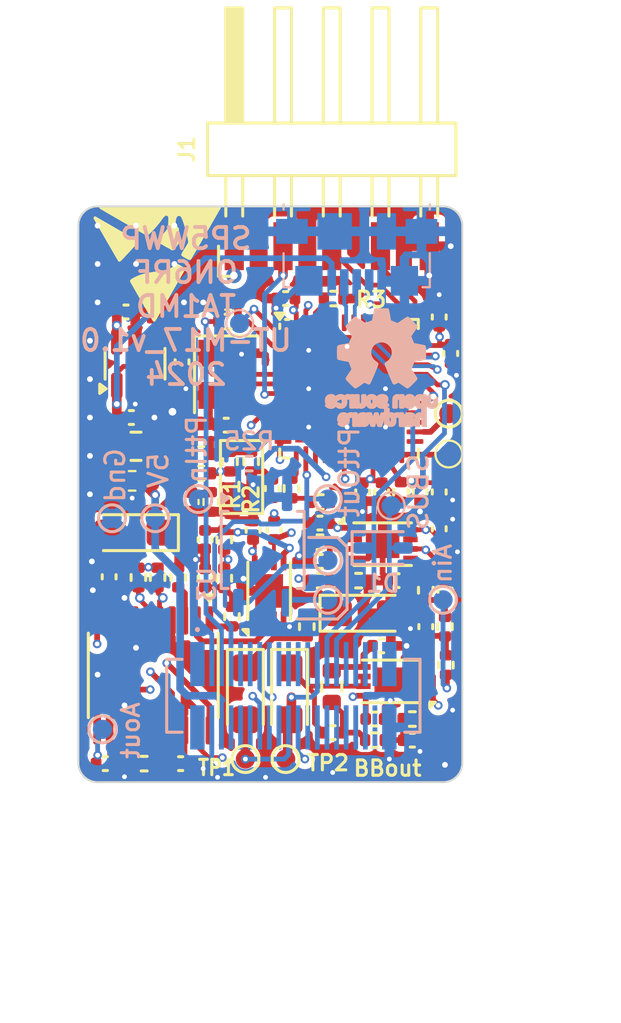
<source format=kicad_pcb>
(kicad_pcb (version 20240108) (generator "pcbnew") (generator_version "8.0")
  (layers (0 "F.Cu" signal) (1 "In1.Cu" signal) (2 "In2.Cu" signal) (31 "B.Cu" signal) (34 "B.Paste" user) (35 "F.Paste" user) (36 "B.SilkS" user "B.Silkscreen") (37 "F.SilkS" user "F.Silkscreen") (38 "B.Mask" user) (39 "F.Mask" user) (44 "Edge.Cuts" user))
  (net 0 "")
  (net 1 "/MCU/X1")
  (net 2 "GND")
  (net 3 "/MCU/X2")
  (net 4 "+3V3")
  (net 5 "VDDA")
  (net 6 "+5V")
  (net 7 "Net-(U6A-+)")
  (net 8 "Net-(U6B-+)")
  (net 9 "Net-(C20-Pad1)")
  (net 10 "Net-(C24-Pad1)")
  (net 11 "Net-(U7B-+)")
  (net 12 "Net-(U4B-+)")
  (net 13 "Net-(U4A-+)")
  (net 14 "/MCU/~{RST}")
  (net 15 "/MCU/SWCLK")
  (net 16 "/MCU/SWDIO")
  (net 17 "VERSION_SET")
  (net 18 "/MCU/BOOT0")
  (net 19 "Net-(C28-Pad1)")
  (net 20 "Net-(U7A--)")
  (net 21 "Net-(U4A--)")
  (net 22 "Net-(U7B--)")
  (net 23 "Net-(C14-Pad1)")
  (net 24 "Net-(C15-Pad1)")
  (net 25 "Net-(C16-Pad2)")
  (net 26 "Net-(C19-Pad1)")
  (net 27 "Net-(U5A-P0A)")
  (net 28 "Net-(U5B-P1A)")
  (net 29 "Net-(U5A-P0W)")
  (net 30 "Net-(U5B-P1W)")
  (net 31 "Net-(C26-Pad1)")
  (net 32 "Net-(C29-Pad1)")
  (net 33 "Net-(C31-Pad1)")
  (net 34 "Net-(U1-PC13)")
  (net 35 "Net-(U5D-P3A)")
  (net 36 "Net-(U5D-P3B)")
  (net 37 "Net-(U5E-~{RESET})")
  (net 45 "USART3_RX")
  (net 46 "USART3_TX")
  (net 58 "Net-(U5C-P2W)")
  (net 60 "I2C_SDA")
  (net 61 "AUDIO_OUT")
  (net 62 "PTT_OUT")
  (net 63 "AUDIO_OUT_MUTE")
  (net 64 "BASEBAND_IN_FILT")
  (net 65 "AUDIO_IN_FILT")
  (net 66 "BASEBAND_OUT")
  (net 67 "I2C_SCL")
  (net 68 "AUDIO_OUT_FILT")
  (net 69 "BASEBAND_IN")
  (net 70 "BASEBAND_OUT_FILT")
  (net 71 "AUDIO_IN")
  (net 72 "PTT_IN")
  (net 73 "MCU_TX")
  (net 74 "MCU_RX")
  (net 101 "Net-(R25-Pad2)")
  (net 102 "BASEBAND_BYPASS")
  (net 103 "+5VD")
  (net 104 "Net-(TP3-Pad1)")
  (net 105 "Net-(TP4-Pad1)")
  (net 107 "Net-(C12-Pad1)")
  (net 108 "Net-(U1-PB13)")
  (net 110 "Net-(U1-VBAT)")
  (net 111 "USB_DP")
  (net 113 "USB_DN")
  (footprint "Resistor_SMD:R_0402_1005Metric" (layer "F.Cu") (at 187.6 69.375 -90)
    (property "Reference" "R13" (hide yes))
    (property "Value" "39k")
  )
  (footprint "Capacitor_SMD:C_0402_1005Metric" (layer "F.Cu") (at 192.5875 66.5)
    (property "Reference" "C19" (hide yes))
    (property "Value" "10n")
  )
  (footprint "Capacitor_SMD:C_0402_1005Metric" (layer "F.Cu") (at 193.27 77.42125 180)
    (property "Reference" "C31" (hide yes))
    (property "Value" "10n")
  )
  (footprint "Resistor_SMD:R_0402_1005Metric" (layer "F.Cu") (at 187.8 55)
    (property "Reference" "R29" (hide yes))
    (property "Value" "12k")
  )
  (footprint "Capacitor_Tantalum_SMD:CP_EIA-3216-18_Kemet-A" (layer "F.Cu") (at 194.9 71.2)
    (property "Reference" "C28" (hide yes))
    (property "Value" "22u")
  )
  (footprint "Capacitor_SMD:C_0402_1005Metric" (layer "F.Cu") (at 199.1 70 90)
    (property "Reference" "C20" (hide yes))
    (property "Value" "10n")
  )
  (footprint "Resistor_SMD:R_0402_1005Metric" (layer "F.Cu") (at 187.9 63.3 -90)
    (property "Reference" "R1")
    (property "Value" "36k")
  )
  (footprint "Resistor_SMD:R_0402_1005Metric" (layer "F.Cu") (at 192.5875 67.5)
    (property "Reference" "R10" (hide yes))
    (property "Value" "7k5")
  )
  (footprint "Package_TO_SOT_SMD:SOT-23-5" (layer "F.Cu") (at 182.95 58.2 90)
    (property "Reference" "U2" (hide yes))
    (property "Value" "XC6220B331MR")
  )
  (footprint "Resistor_SMD:R_0402_1005Metric" (layer "F.Cu") (at 196.805 64.88 90)
    (property "Reference" "R5" (hide yes))
    (property "Value" "10R")
  )
  (footprint "Resistor_SMD:R_0402_1005Metric" (layer "F.Cu") (at 186.9 65.4 -90)
    (property "Reference" "R27" (hide yes))
    (property "Value" "22k")
  )
  (footprint "Resistor_SMD:R_0402_1005Metric" (layer "F.Cu") (at 192.6 69.5)
    (property "Reference" "R20" (hide yes))
    (property "Value" "22k")
  )
  (footprint "Symbol:ESD-Logo_6.6x6mm_SilkScreen" (layer "F.Cu") (at 184.1 53 180)
    (property "Reference" "SYM1" (hide yes))
    (property "Value" "SYM_ESD_Small" (hide yes))
  )
  (footprint "Resistor_SMD:R_0402_1005Metric" (layer "F.Cu") (at 183.425 79.0375 180)
    (property "Reference" "R16" (hide yes))
    (property "Value" "10k")
  )
  (footprint "Resistor_SMD:R_0402_1005Metric" (layer "F.Cu") (at 199.1 71.9 90)
    (property "Reference" "R9" (hide yes))
    (property "Value" "13k")
  )
  (footprint "Resistor_SMD:R_0402_1005Metric" (layer "F.Cu") (at 187.8 56)
    (property "Reference" "R4" (hide yes))
    (property "Value" "10k")
  )
  (footprint "Capacitor_SMD:C_0402_1005Metric" (layer "F.Cu") (at 192.6 68.5 180)
    (property "Reference" "C17" (hide yes))
    (property "Value" "1n5")
  )
  (footprint "Capacitor_SMD:C_0402_1005Metric" (layer "F.Cu") (at 197.8075 64.88 -90)
    (property "Reference" "C7" (hide yes))
    (property "Value" "100n")
  )
  (footprint "Capacitor_Tantalum_SMD:CP_EIA-3216-18_Kemet-A" (layer "F.Cu") (at 191 75.4 -90)
    (property "Reference" "C34" (hide yes))
    (property "Value" "22u")
  )
  (footprint "Capacitor_SMD:C_0402_1005Metric" (layer "F.Cu") (at 182.76 61)
    (property "Reference" "C13" (hide yes))
    (property "Value" "100n")
  )
  (footprint "Resistor_SMD:R_0402_1005Metric" (layer "F.Cu") (at 194.6 69.5)
    (property "Reference" "R21" (hide yes))
    (property "Value" "22k")
  )
  (footprint "TestPoint:TestPoint_Pad_D1.0mm" (layer "F.Cu") (at 190.8 78.8)
    (property "Reference" "TP2")
    (property "Value" "TP_TX")
  )
  (footprint "Capacitor_SMD:C_0402_1005Metric" (layer "F.Cu") (at 186.6 69.365 90)
    (property "Reference" "C24" (hide yes))
    (property "Value" "10n")
  )
  (footprint "Resistor_SMD:R_0603_1608Metric" (layer "F.Cu") (at 193.2 75.02125 90)
    (property "Reference" "R24" (hide yes))
    (property "Value" "3k9")
  )
  (footprint "Capacitor_SMD:C_0402_1005Metric" (layer "F.Cu") (at 185.9 65.4 -90)
    (property "Reference" "C12" (hide yes))
    (property "Value" "220n")
  )
  (footprint "Resistor_SMD:R_0402_1005Metric" (layer "F.Cu") (at 188 71.375 -90)
    (property "Reference" "R14" (hide yes))
    (property "Value" "3k3")
  )
  (footprint "Resistor_SMD:R_0402_1005Metric" (layer "F.Cu") (at 192.6 65.4)
    (property "Reference" "R8" (hide yes))
    (property "Value" "13k")
  )
  (footprint "Resistor_SMD:R_0402_1005Metric" (layer "F.Cu") (at 193.3 54.8 180)
    (property "Reference" "R3")
    (property "Value" "10k")
  )
  (footprint "Resistor_SMD:R_0402_1005Metric" (layer "F.Cu") (at 198.1 70 90)
    (property "Reference" "R11" (hide yes))
    (property "Value" "7k5")
  )
  (footprint "Capacitor_Tantalum_SMD:CP_EIA-3216-18_Kemet-A" (layer "F.Cu") (at 182.9 67 180)
    (property "Reference" "C26" (hide yes))
    (property "Value" "22u")
  )
  (footprint "Capacitor_Tantalum_SMD:CP_EIA-3216-18_Kemet-A" (layer "F.Cu") (at 188.7 75.4 -90)
    (property "Reference" "C27" (hide yes))
    (property "Value" "22u")
  )
  (footprint "Capacitor_SMD:C_0402_1005Metric" (layer "F.Cu") (at 195.8 72.9)
    (property "Reference" "C32" (hide yes))
    (property "Value" "680p")
  )
  (footprint "Capacitor_SMD:C_0402_1005Metric" (layer "F.Cu") (at 181.6 69.3 90)
    (property "Reference" "C23" (hide yes))
    (property "Value" "220n")
  )
  (footprint "Capacitor_SMD:C_0402_1005Metric" (layer "F.Cu") (at 198.8 66.8 90)
    (property "Reference" "C30" (hide yes))
    (property "Value" "100n")
  )
  (footprint "Resistor_SMD:R_0402_1005Metric" (layer "F.Cu") (at 191.9 71.9 90)
    (property "Reference" "R17" (hide yes))
    (property "Value" "22k")
  )
  (footprint "Package_DFN_QFN:DFN-8-1EP_3x2mm_P0.5mm_EP1.75x1.45mm" (layer "F.Cu") (at 195.85 67.6)
    (property "Reference" "U6" (hide yes))
    (property "Value" "MCP6002" (hide yes))
  )
  (footprint "Resistor_SMD:R_0402_1005Metric" (layer "F.Cu") (at 197.4 76.7125 180)
    (property "Reference" "R22" (hide yes))
    (property "Value" "3k3")
  )
  (footprint "Connector_Harwin:Harwin_M20-89005xx_1x05_P2.54mm_Horizontal" (layer "F.Cu") (at 193.2 46.5475 90)
    (property "Reference" "J1")
    (property "Value" "Conn_01x05")
  )
  (footprint "Capacitor_SMD:C_0402_1005Metric" (layer "F.Cu") (at 198.8 55.7625 90)
    (property "Reference" "C3" (hide yes))
    (property "Value" "2u2")
  )
  (footprint "Capacitor_SMD:C_0402_1005Metric" (layer "F.Cu") (at 197.4 77.8125)
    (property "Reference" "C29" (hide yes))
    (property "Value" "10n")
  )
  (footprint "Capacitor_SMD:C_0402_1005Metric" (layer "F.Cu") (at 187.7 61.4 180)
    (property "Reference" "C2" (hide yes))
    (property "Value" "2p2")
  )
  (footprint "Package_SO:TSSOP-20_4.4x6.5mm_P0.65mm" (layer "F.Cu") (at 183.9 74.4375 -90)
    (property "Reference" "U5" (hide yes))
    (property "Value" "MCP4451-503-ST" (hide yes))
  )
  (footprint "Package_DFN_QFN:DFN-8-1EP_3x2mm_P0.5mm_EP1.75x1.45mm" (layer "F.Cu") (at 189.9375 70.0375 90)
    (property "Reference" "U4" (hide yes))
    (property "Value" "MCP6002" (hide yes))
  )
  (footprint "Capacitor_SMD:C_0402_1005Metric" (layer "F.Cu") (at 199.4 57.6625 -90)
    (property "Reference" "C6" (hide yes))
    (property "Value" "100n")
  )
  (footprint "Package_DFN_QFN:DFN-8-1EP_3x2mm_P0.5mm_EP1.75x1.45mm" (layer "F.Cu") (at 196.3 74.75 180)
    (property "Reference" "U7" (hide yes))
    (property "Value" "MCP6002" (hide yes))
  )
  (footprint "Capacitor_SMD:C_0805_2012Metric" (layer "F.Cu") (at 183 62.5)
    (property "Reference" "C10" (hide yes))
    (property "Value" "22u/25V")
  )
  (footprint "Resistor_SMD:R_0402_1005Metric" (layer "F.Cu") (at 186.4 62.9 180)
    (property "Reference" "R28" (hide yes))
    (property "Value" "22k")
  )
  (footprint "Capacitor_SMD:C_0402_1005Metric" (layer "F.Cu") (at 196.6 69.5 180)
    (property "Reference" "C18" (hide yes))
    (property "Value" "1n5")
  )
  (footprint "Resistor_SMD:R_0402_1005Metric" (layer "F.Cu") (at 186.4 63.906666 180)
    (property "Reference" "R26" (hide yes))
    (property "Value" "22k")
  )
  (footprint "Package_DFN_QFN:QFN-48-1EP_7x7mm_P0.5mm_EP5.6x5.6mm" (layer "F.Cu") (at 194.1 59.5)
    (property "Reference" "U1" (hide yes))
    (property "Value" "STM32G473CCUx" (hide yes))
  )
  (footprint "Resistor_SMD:R_0402_1005Metric" (layer "F.Cu") (at 195.45 77.8125 180)
    (property "Reference" "R23" (hide yes))
    (property "Value" "39k")
  )
  (footprint "Capacitor_SMD:C_0402_1005Metric" (layer "F.Cu") (at 194.81 64.88 -90)
    (property "Reference" "C8" (hide yes))
    (property "Value" "100n")
  )
  (footprint "Capacitor_SMD:C_0402_1005Metric" (layer "F.Cu") (at 190.2 66.875 90)
    (property "Reference" "C16" (hide yes))
    (property "Value" "10n")
  )
  (footprint "Capacitor_SMD:C_0402_1005Metric" (layer "F.Cu") (at 186.6 67.365 -90)
    (property "Reference" "C21" (hide yes))
    (property "Value" "680p")
  )
  (footprint "Capacitor_SMD:C_0402_1005Metric" (layer "F.Cu") (at 195.8025 64.88 90)
    (property "Reference" "C9" (hide yes))
    (property "Value" "1u")
  )
  (footprint "Capacitor_SMD:C_0402_1005Metric" (layer "F.Cu") (at 190.1 64.7 90)
    (property "Reference" "C14" (hide yes))
    (property "Value" "10n")
  )
  (footprint "Capacitor_SMD:C_0402_1005Metric" (layer "F.Cu") (at 181.4 79.0375 180)
    (property "Reference" "C22" (hide yes))
    (property "Value" "220n")
  )
  (footprint "Resistor_SMD:R_0402_1005Metric" (layer "F.Cu") (at 187.6 67.375 -90)
    (property "Reference" "R12" (hide yes))
    (property "Value" "3k9")
  )
  (footprint "Inductor_SMD:L_0603_1608Metric_Pad1.05x0.95mm_HandSolder" (layer "F.Cu") (at 182.8 64.3)
    (property "Reference" "FB1" (hide yes))
    (property "Value" "FerriteBead_Small")
  )
  (footprint "Capacitor_SMD:C_0402_1005Metric" (layer "F.Cu") (at 189.1 66.875 90)
    (property "Reference" "C35" (hide yes))
    (property "Value" "100n")
  )
  (footprint "TestPoint:TestPoint_Pad_D1.0mm" (layer "F.Cu") (at 199.3 62.9)
    (property "Reference" "TP14" (hide yes))
    (property "Value" "GP")
  )
  (footprint "Capacitor_SMD:C_0402_1005Metric" (layer "F.Cu") (at 190.8 54.8 180)
    (property "Reference" "C4" (hide yes))
    (property "Value" "100n")
  )
  (footprint "Crystal:Crystal_SMD_3225-4Pin_3.2x2.5mm" (layer "F.Cu") (at 187.7 58.75 -90)
    (property "Reference" "Y1" (hide yes))
    (property "Value" "8 MHz" (hide yes))
  )
  (footprint "Resistor_SMD:R_0402_1005Metric" (layer "F.Cu") (at 185.2 69.3375 90)
    (property "Reference" "R15" (hide yes))
    (property "Value" "2k2")
  )
  (footprint "TestPoint:TestPoint_Pad_D1.0mm" (layer "F.Cu") (at 199.3 60.8)
    (property "Reference" "TP12" (hide yes))
    (property "Value" "GP")
  )
  (footprint "TestPoint:TestPoint_Pad_D1.0mm" (layer "F.Cu") (at 188.7 78.8)
    (property "Reference" "TP1")
    (property "Value" "TP_RX")
  )
  (footprint "Resistor_SMD:R_0402_1005Metric" (layer "F.Cu") (at 183.125 69.3375 -90)
    (property "Reference" "R19" (hide yes))
    (property "Value" "3k3")
  )
  (footprint "Resistor_SMD:R_0402_1005Metric" (layer "F.Cu") (at 184.125 69.3375 -90)
    (property "Reference" "R18" (hide yes))
    (property "Value" "3k3")
  )
  (footprint "Capacitor_SMD:C_0402_1005Metric" (layer "F.Cu") (at 198.8 64.88 -90)
    (property "Reference" "C5" (hide yes))
    (property "Value" "100n")
  )
  (footprint "Capacitor_SMD:C_0402_1005Metric" (layer "F.Cu") (at 185.4 58.1 -90)
    (property "Reference" "C1" (hide yes))
    (property "Value" "2p2")
  )
  (footprint "Resistor_SMD:R_0402_1005Metric" (layer "F.Cu") (at 189 63.3 90)
    (property "Reference" "R2")
    (property "Value" "12k")
  )
  (footprint "Capacitor_SMD:C_0402_1005Metric" (layer "F.Cu") (at 182.48 55.5)
    (property "Reference" "C11" (hide yes))
    (property "Value" "100n")
  )
  (footprint "Capacitor_SMD:C_0402_1005Metric" (layer "F.Cu") (at 195.45 76.7125)
    (property "Reference" "C33" (hide yes))
    (property "Value" "100n")
  )
  (footprint "Resistor_SMD:R_0402_1005Metric" (layer "F.Cu") (at 191.1 64.7 -90)
    (property "Reference" "R6" (hide yes))
    (property "Value" "4k3")
  )
  (footprint "Capacitor_SMD:C_0402_1005Metric" (layer "F.Cu") (at 198.1 71.9 90)
    (property "Reference" "C15" (hide yes))
    (property "Value" "10n")
  )
  (footprint "Resistor_SMD:R_0402_1005Metric" (layer "F.Cu") (at 199.15 73.9 90)
    (property "Reference" "R7" (hide yes))
    (property "Value" "4k3")
  )
  (footprint "Capacitor_SMD:C_0402_1005Metric" (layer "F.Cu") (at 185.325 79.0375)
    (property "Reference" "C25" (hide yes))
    (property "Value" "100n")
  )
  (footprint "Diode_SMD:D_SOD-323" (layer "B.Cu") (at 195.87 67.8)
    (property "Reference" "D1")
    (property "Value" "1N4148WS")
  )
  (footprint "TestPoint:TestPoint_Pad_D1.0mm" (layer "B.Cu") (at 181.75 66.25 180)
    (property "Reference" "TP10" (hide yes))
    (property "Value" "GP")
  )
  (footprint "TestPoint:TestPoint_Pad_D1.0mm" (layer "B.Cu") (at 193 70.5 180)
    (property "Reference" "TP4" (hide yes))
    (property "Value" "GP")
  )
  (footprint "TestPoint:TestPoint_Pad_D1.0mm" (layer "B.Cu") (at 196.3 65.6)
    (property "Reference" "TP13" (hide yes))
    (property "Value" "GP")
  )
  (footprint "TestPoint:TestPoint_Pad_D1.0mm" (layer "B.Cu") (at 193 65.25 180)
    (property "Reference" "TP6" (hide yes))
    (property "Value" "GP")
  )
  (footprint "Package_SO:SOP-4_3.8x4.1mm_P2.54mm" (layer "B.Cu") (at 189.6 67.9 -90)
    (property "Reference" "U3")
    (property "Value" "CPC1117N")
  )
  (footprint "TestPoint:TestPoint_Pad_D1.0mm" (layer "B.Cu") (at 188.4 56.1 180)
    (property "Reference" "TP11" (hide yes))
    (property "Value" "GP")
  )
  (footprint "Connector_USB:USB_Micro-B_Molex_47346-0001" (layer "B.Cu") (at 194.5 52.5)
    (property "Reference" "J4" (hide yes))
    (property "Value" "USB_B_Micro")
  )
  (footprint "TestPoint:TestPoint_Pad_D1.0mm" (layer "B.Cu") (at 184 66.25 180)
    (property "Reference" "TP5" (hide yes))
    (property "Value" "GP")
  )
  (footprint "Symbol:OSHW-Logo_5.7x6mm_SilkScreen" (layer "B.Cu") (at 195.8 58.4 180)
    (property "Reference" "SYM2" (hide yes))
    (property "Value" "Logo_Open_Hardware_Small" (hide yes))
  )
  (footprint "TestPoint:TestPoint_Pad_D1.0mm" (layer "B.Cu") (at 199 70.5 180)
    (property "Reference" "TP8" (hide yes))
    (property "Value" "GP")
  )
  (footprint "TestPoint:TestPoint_Pad_D1.0mm" (layer "B.Cu") (at 181.25 77.25 180)
    (property "Reference" "TP9" (hide yes))
    (property "Value" "GP")
  )
  (footprint "TestPoint:TestPoint_Pad_D1.0mm" (layer "B.Cu") (at 186.25 65.25 180)
    (property "Reference" "TP7" (hide yes))
    (property "Value" "GP")
  )
  (footprint "TestPoint:TestPoint_Pad_D1.0mm" (layer "B.Cu") (at 193 68.45 180)
    (property "Reference" "TP3" (hide yes))
    (property "Value" "GP")
  )
  (footprint "micro17:AXK640347YG" (layer "B.Cu") (at 191.2 75.5)
    (property "Reference" "J2" (hide yes))
    (property "Value" "AXK640347YG" (hide yes))
  )
  (footprint "Resistor_SMD:R_0402_1005Metric" (layer "B.Cu") (at 188.9 63.4 180)
    (property "Reference" "R25")
    (property "Value" "3k3")
  )
  (gr_line (start 193.5 71.5) (end 191.4 71.5) (stroke (width 0.16)) (layer "B.SilkS"))
  (gr_line (start 194 67.75) (end 194 71) (stroke (width 0.16)) (layer "B.SilkS"))
  (gr_line (start 193.5 67.25) (end 194 67.75) (stroke (width 0.16)) (layer "B.SilkS"))
  (gr_line (start 194 71) (end 193.5 71.5) (stroke (width 0.16)) (layer "B.SilkS"))
  (gr_line (start 192 67.25) (end 193.5 67.25) (stroke (width 0.16)) (layer "B.SilkS"))
  (gr_line (start 187.4 62.2) (end 189.6 62.2) (stroke (width 0.16)) (layer "F.SilkS"))
  (gr_line (start 189.6 66) (end 187.4 66) (stroke (width 0.16)) (layer "F.SilkS"))
  (gr_line (start 189.6 62.2) (end 189.6 66) (stroke (width 0.16)) (layer "F.SilkS"))
  (gr_line (start 187.4 66) (end 187.4 62.2) (stroke (width 0.16)) (layer "F.SilkS"))
  (gr_line (start 200 79) (end 200 51) (stroke (width 0.1)) (layer "Edge.Cuts"))
  (gr_line (start 181 80) (end 199 80) (stroke (width 0.1)) (layer "Edge.Cuts"))
  (gr_arc (start 180 51) (mid 180.292893 50.292893) (end 181 50) (stroke (width 0.1)) (layer "Edge.Cuts"))
  (gr_arc (start 199 50) (mid 199.707107 50.292893) (end 200 51) (stroke (width 0.1)) (layer "Edge.Cuts"))
  (gr_line (start 199 50) (end 181 50) (stroke (width 0.1)) (layer "Edge.Cuts"))
  (gr_arc (start 200 79) (mid 199.707107 79.707107) (end 199 80) (stroke (width 0.1)) (layer "Edge.Cuts"))
  (gr_line (start 180 51) (end 180 79) (stroke (width 0.1)) (layer "Edge.Cuts"))
  (gr_arc (start 181 80) (mid 180.292893 79.707107) (end 180 79) (stroke (width 0.1)) (layer "Edge.Cuts"))
  (gr_text "PttIn" (at 186.75 60.8 90) (layer "B.SilkS") (effects (font (size 1 1) (thickness 0.16)) (justify left bottom mirror)))
  (gr_text "Aout" (at 183.25 75.75 90) (layer "B.SilkS") (effects (font (size 0.9 0.9) (thickness 0.16)) (justify left bottom mirror)))
  (gr_text "SP5WWP\nON6RF\nTA1MD\nUT-M17_v1.0\n2024" (at 185.6 59.4 0) (layer "B.SilkS") (effects (font (size 1.1 1.1) (thickness 0.2) (bold yes)) (justify bottom mirror)))
  (gr_text "5V" (at 184.75 62.75 90) (layer "B.SilkS") (effects (font (size 1 1) (thickness 0.16)) (justify left bottom mirror)))
  (gr_text "Ain" (at 199.5 67.5 90) (layer "B.SilkS") (effects (font (size 0.9 0.9) (thickness 0.16)) (justify left bottom mirror)))
  (gr_text "SBUS" (at 198.3 62.8 90) (layer "B.SilkS") (effects (font (size 1 1) (thickness 0.16)) (justify left bottom mirror)))
  (gr_text "Gnd" (at 182.5 62.5 90) (layer "B.SilkS") (effects (font (size 1 1) (thickness 0.16)) (justify left bottom mirror)))
  (gr_text "PttOut" (at 194.703607 61.416038 90) (layer "B.SilkS") (effects (font (size 1 1) (thickness 0.16)) (justify left bottom mirror)))
  (gr_text "BBout" (at 194.25 79.75 0) (layer "F.SilkS") (effects (font (size 0.8 0.8) (thickness 0.16) (bold yes)) (justify left bottom)))
  (segment (start 186.85 57.65) (end 186.82 57.62) (width 0.25) (layer "F.Cu") (net 1))
  (segment (start 186.82 57.62) (end 185.4 57.62) (width 0.3) (layer "F.Cu") (net 1))
  (segment (start 187 58.75) (end 186.85 58.6) (width 0.25) (layer "F.Cu") (net 1))
  (segment (start 190.6625 58.75) (end 187 58.75) (width 0.25) (layer "F.Cu") (net 1))
  (segment (start 186.85 58.6) (end 186.85 57.65) (width 0.25) (layer "F.Cu") (net 1))
  (segment (start 196.4 74.7) (end 196.4 73.02) (width 0.25) (layer "F.Cu") (net 2))
  (segment (start 199.4 58.5) (end 199.7 58.8) (width 0.3) (layer "F.Cu") (net 2))
  (segment (start 198.2 71.42) (end 197.5 71.42) (width 0.3) (layer "F.Cu") (net 2))
  (segment (start 194.4 68.35) (end 195.1 68.35) (width 0.3) (layer "F.Cu") (net 2))
  (segment (start 199.4 58.1425) (end 199.4 58.5) (width 0.3) (layer "F.Cu") (net 2))
  (segment (start 182.95 60.29) (end 182.95 59.3375) (width 0.5) (layer "F.Cu") (net 2))
  (segment (start 195.93 76.7125) (end 195.93 76.07) (width 0.25) (layer "F.Cu") (net 2))
  (segment (start 190.32 55.28) (end 190.3 55.3) (width 0.5) (layer "F.Cu") (net 2))
  (segment (start 186.2375 79.0375) (end 186.5 79.3) (width 0.25) (layer "F.Cu") (net 2))
  (segment (start 182.96 60.3) (end 182.96 60.72) (width 0.3) (layer "F.Cu") (net 2))
  (segment (start 197.75 74) (end 197.05 74) (width 0.25) (layer "F.Cu") (net 2))
  (segment (start 186.85 61.03) (end 187.22 61.4) (width 0.3) (layer "F.Cu") (net 2))
  (segment (start 197.88 77.8125) (end 197.88 78.32) (width 0.3) (layer "F.Cu") (net 2))
  (segment (start 195.85 69.13) (end 196.22 69.5) (width 0.3) (layer "F.Cu") (net 2))
  (segment (start 189.69 63.81) (end 190.1 64.22) (width 0.3) (layer "F.Cu") (net 2))
  (segment (start 197.3 72) (end 197.3 71.62) (width 0.3) (layer "F.Cu") (net 2))
  (segment (start 186.6 68.4) (end 186.6 67.845) (width 0.25) (layer "F.Cu") (net 2))
  (segment (start 195.85 67.6) (end 195.85 69.13) (width 0.3) (layer "F.Cu") (net 2))
  (segment (start 185.805 79.0375) (end 186.2375 79.0375) (width 0.25) (layer "F.Cu") (net 2))
  (segment (start 196.4 73.02) (end 196.28 72.9) (width 0.25) (layer "F.Cu") (net 2))
  (segment (start 185.525 78.7575) (end 185.805 79.0375) (width 0.3) (layer "F.Cu") (net 2))
  (segment (start 185.525 77.3) (end 185.525 78.7575) (width 0.3) (layer "F.Cu") (net 2))
  (segment (start 190.6875 71.4875) (end 190.6875 70.7875) (width 0.25) (layer "F.Cu") (net 2))
  (segment (start 195.93 76.07) (end 196.25 75.75) (width 0.25) (layer "F.Cu") (net 2))
  (segment (start 189 63.81) (end 189.69 63.81) (width 0.3) (layer "F.Cu") (net 2))
  (segment (start 197.88 78.32) (end 197.8 78.4) (width 0.3) (layer "F.Cu") (net 2))
  (segment (start 196.3 75.7) (end 196.3 74.75) (width 0.25) (layer "F.Cu") (net 2))
  (segment (start 190.32 54.8) (end 190.32 55.28) (width 0.5) (layer "F.Cu") (net 2))
  (segment (start 186.1 68.4) (end 186.6 68.4) (width 0.25) (layer "F.Cu") (net 2))
  (segment (start 197.5 71.42) (end 196.47 71.42) (width 0.3) (layer "F.Cu") (net 2))
  (segment (start 195.1 68.35) (end 195.85 67.6) (width 0.3) (layer "F.Cu") (net 2))
  (segment (start 197.05 74) (end 196.3 74.75) (width 0.25) (layer "F.Cu") (net 2))
  (segment (start 190.6875 70.7875) (end 189.9375 70.0375) (width 0.25) (layer "F.Cu") (net 2))
  (segment (start 182.96 60.72) (end 183.24 61) (width 0.3) (layer "F.Cu") (net 2))
  (segment (start 195.85 67.6) (end 195.85 66.47) (width 0.3) (layer "F.Cu") (net 2))
  (segment (start 197.3 71.62) (end 197.5 71.42) (width 0.3) (layer "F.Cu") (net 2))
  (segment (start 196.47 71.42) (end 196.25 71.2) (width 0.3) (layer "F.Cu") (net 2))
  (segment (start 196.25 75.75) (end 196.3 75.7) (width 0.25) (layer "F.Cu") (net 2))
  (segment (start 186.85 59.85) (end 186.85 61.03) (width 0.3) (layer "F.Cu") (net 2))
  (segment (start 182.96 60.3) (end 182.95 60.29) (width 0.5) (layer "F.Cu") (net 2))
  (via (at 185 51) (size 0.5) (drill 0.3) (layers "F.Cu" "B.Cu") (net 2))
  (via (at 185 53) (size 0.5) (drill 0.3) (layers "F.Cu" "B.Cu") (net 2))
  (via (at 182.4 79.720108) (size 0.45) (drill 0.25) (layers "F.Cu" "B.Cu") (net 2))
  (via (at 180.6 61) (size 0.5) (drill 0.3) (layers "F.Cu" "B.Cu") (net 2))
  (via (at 188.5 57.7) (size 0.45) (drill 0.25) (layers "F.Cu" "B.Cu") (net 2))
  (via (at 199.4 52.0725) (size 0.5) (drill 0.3) (layers "F.Cu" "B.Cu") (net 2))
  (via (at 181 51) (size 0.5) (drill 0.3) (layers "F.Cu" "B.Cu") (net 2))
  (via (at 192 57.5) (size 0.45) (drill 0.25) (layers "F.Cu" "B.Cu") (net 2))
  (via (at 197.3 72) (size 0.45) (drill 0.25) (layers "F.Cu" "B.Cu") (net 2))
  (via (at 180.6 63) (size 0.5) (drill 0.3) (layers "F.Cu" "B.Cu") (net 2))
  (via (at 194 61.5) (size 0.45) (drill 0.25) (layers "F.Cu" "B.Cu") (net 2))
  (via (at 181 55) (size 0.5) (drill 0.3) (layers "F.Cu" "B.Cu") (net 2))
  (via (at 186.5 79.3) (size 0.45) (drill 0.25) (layers "F.Cu" "B.Cu") (net 2))
  (via (at 180.75 70) (size 0.5) (drill 0.3) (layers "F.Cu" "B.Cu") (net 2))
  (via (at 199.7 58.8) (size 0.45) (drill 0.25) (layers "F.Cu" "B.Cu") (net 2))
  (via (at 199.75 68) (size 0.45) (drill 0.25) (layers "F.Cu" "B.Cu") (net 2))
  (via (at 192 59.5) (size 0.45) (drill 0.25) (layers "F.Cu" "B.Cu") (net 2))
  (via (at 199.1 79.1) (size 0.5) (drill 0.3) (layers "F.Cu" "B.Cu") (net 2))
  (via (at 191 71.9) (size 0.45) (drill 0.25) (layers "F.Cu" "B.Cu") (net 2))
  (via (at 185.5 55) (size 0.5) (drill 0.3) (layers "F.Cu" "B.Cu") (net 2))
  (via (at 182.8 65.2) (size 0.45) (drill 0.25) (layers "F.Cu" "B.Cu") (net 2))
  (via (at 199.5 66.3) (size 0.45) (drill 0.25) (layers "F.Cu" "B.Cu") (net 2))
  (via (at 194 57.3) (size 0.45) (drill 0.25) (layers "F.Cu" "B.Cu") (net 2))
  (via (at 188.6 69.4) (size 0.5) (drill 0.3) (layers "F.Cu" "B.Cu") (net 2))
  (via (at 181 74.4) (size 0.5) (drill 0.3) (layers "F.Cu" "B.Cu") (net 2))
  (via (at 180.6 59) (size 0.5) (drill 0.3) (layers "F.Cu" "B.Cu") (net 2))
  (via (at 197.8 78.4) (size 0.45) (drill 0.25) (layers "F.Cu" "B.Cu") (net 2))
  (via (at 180.7 68.5) (size 0.5) (drill 0.3) (layers "F.Cu" "B.Cu") (net 2))
  (via (at 184.9 60.7) (size 0.8) (drill 0.4) (layers "F.Cu" "B.Cu") (net 2))
  (via (at 196.2 78.8) (size 0.45) (drill 0.25) (layers "F.Cu" "B.Cu") (net 2))
  (via (at 189.75 79.75) (size 0.45) (drill 0.25) (layers "F.Cu" "B.Cu") (net 2))
  (via (at 189.1 64.5) (size 0.45) (drill 0.25) (layers "F.Cu" "B.Cu") (net 2))
  (via (at 186.1 68.4) (size 0.45) (drill 0.25) (layers "F.Cu" "B.Cu") (net 2))
  (via (at 182.96 60.3) (size 0.45) (drill 0.25) (layers "F.Cu" "B.Cu") (net 2))
  (via (at 187.25 79.75) (size 0.45) (drill 0.25) (layers "F.Cu" "B.Cu") (net 2))
  (via (at 196 59.5) (size 0.45) (drill 0.25) (layers "F.Cu" "B.Cu") (net 2))
  (via (at 185.6 59.5) (size 0.45) (drill 0.25) (layers "F.Cu" "B.Cu") (net 2))
  (via (at 196 61.5) (size 0.45) (drill 0.25) (layers "F.Cu" "B.Cu") (net 2))
  (via (at 198.28 53.6) (size 0.5) (drill 0.3) (layers "F.Cu" "B.Cu") (net 2))
  (via (at 190.3 55.3) (size 0.45) (drill 0.25) (layers "F.Cu" "B.Cu") (net 2))
  (via (at 191.507567 68.206053) (size 0.45) (drill 0.25) (layers "F.Cu" "B.Cu") (net 2))
  (via (at 197.8 65.9) (size 0.5) (drill 0.3) (layers "F.Cu" "B.Cu") (net 2))
  (via (at 192 61.5) (size 0.45) (drill 0.25) (layers "F.Cu" "B.Cu") (net 2))
  (via (at 183.96 61) (size 0.5) (drill 0.3) (layers "F.Cu" "B.Cu") (net 2))
  (via (at 199.5 76.25) (size 0.45) (drill 0.25) (layers "F.Cu" "B.Cu") (net 2))
  (via (at 198.8 54.6) (size 0.45) (drill 0.25) (layers "F.Cu" "B.Cu") (net 2))
  (via (at 182.4 76) (size 0.5) (drill 0.3) (layers "F.Cu" "B.Cu") (net 2))
  (via (at 183 73) (size 0.5) (drill 0.3) (layers "F.Cu" "B.Cu") (net 2))
  (via (at 199.5 65.3) (size 0.45) (drill 0.25) (layers "F.Cu" "B.Cu") (net 2))
  (via (at 181 53) (size 0.5) (drill 0.3) (layers "F.Cu" "B.Cu") (net 2))
  (via (at 182.4 70.4) (size 0.5) (drill 0.3) (layers "F.Cu" "B.Cu") (net 2))
  (via (at 183 53) (size 0.5) (drill 0.3) (layers "F.Cu" "B.Cu") (net 2))
  (via (at 193.25 79.5) (size 0.45) (drill 0.25) (layers "F.Cu" "B.Cu") (net 2))
  (via (at 180.6 57) (size 0.5) (drill 0.3) (layers "F.Cu" "B.Cu") (net 2))
  (via (at 197.1 72.9) (size 0.5) (drill 0.3) (layers "F.Cu" "B.Cu") (net 2))
  (via (at 194.8 65.9) (size 0.45) (drill 0.25) (layers "F.Cu" "B.Cu") (net 2))
  (via (at 183 51) (size 0.5) (drill 0.3) (layers "F.Cu" "B.Cu") (net 2))
  (via (at 180.6 65) (size 0.5) (drill 0.3) (layers "F.Cu" "B.Cu") (net 2))
  (via (at 186.5 55) (size 0.5) (drill 0.3) (layers "F.Cu" "B.Cu") (net 2))
  (via (at 196.25 75.75) (size 0.45) (drill 0.25) (layers "F.Cu" "B.Cu") (net 2))
  (segment (start 192.0125 53.975) (end 191.625 53.975) (width 0.3) (layer "B.Cu") (net 2))
  (segment (start 194.45 72.425) (end 194.875 72) (width 0.25) (layer "B.Cu") (net 2))
  (segment (start 186.95 73.85) (end 186.95 72.3) (width 0.25) (layer "B.Cu") (net 2))
  (segment (start 191.625 53.975) (end 190.3 55.3) (width 0.3) (layer "B.Cu") (net 2))
  (segment (start 194.875 72) (end 197.3 72) (width 0.25) (layer "B.Cu") (net 2))
  (segment (start 186.95 78.85) (end 186.95 77.15) (width 0.25) (layer "B.Cu") (net 2))
  (segment (start 194.45 73.85) (end 194.45 72.425) (width 0.25) (layer "B.Cu") (net 2))
  (segment (start 186.5 79.3) (end 186.95 78.85) (width 0.25) (layer "B.Cu") (net 2))
  (segment (start 186.95 72.3) (end 186.75 72.1) (width 0.25) (layer "B.Cu") (net 2))
  (segment (start 189.15 59.25) (end 188.55 59.85) (width 0.25) (layer "F.Cu") (net 3))
  (segment (start 190.6625 59.25) (end 189.15 59.25) (width 0.25) (layer "F.Cu") (net 3))
  (segment (start 188.55 59.85) (end 188.18 60.22) (width 0.3) (layer "F.Cu") (net 3))
  (segment (start 188.18 60.22) (end 188.18 61.4) (width 0.3) (layer "F.Cu") (net 3))
  (segment (start 199.3325 57.25) (end 199.4 57.1825) (width 0.25) (layer "F.Cu") (net 4))
  (segment (start 191.2 55.4) (end 191.35 55.55) (width 0.25) (layer "F.Cu") (net 4))
  (segment (start 191.35 55.55) (end 191.35 56.0625) (width 0.25) (layer "F.Cu") (net 4))
  (segment (start 183.935 79.0375) (end 184.845 79.0375) (width 0.35) (layer "F.Cu") (net 4))
  (segment (start 197.46 64.4) (end 198.72 64.4) (width 0.25) (layer "F.Cu") (net 4))
  (segment (start 182 55.54) (end 182 57.0625) (width 0.5) (layer "F.Cu") (net 4))
  (segment (start 191.38 54.8) (end 191.35 54.83) (width 0.25) (layer "F.Cu") (net 4))
  (segment (start 191.35 54.83) (end 191.35 55.25) (width 0.25) (layer "F.Cu") (net 4))
  (segment (start 184.875 77.3) (end 184.875 79.0075) (width 0.3) (layer "F.Cu") (net 4))
  (segment (start 183.5725 68.8275) (end 183.6 68.8) (width 0.25) (layer "F.Cu") (net 4))
  (segment (start 198.72 64.4) (end 198.8 64.32) (width 0.25) (layer "F.Cu") (net 4))
  (segment (start 197.35 64.29) (end 197.46 64.4) (width 0.25) (layer "F.Cu") (net 4))
  (segment (start 199.4 57.1825) (end 198.8725 57.1825) (width 0.25) (layer "F.Cu") (net 4))
  (segment (start 183.6275 68.8275) (end 184.125 68.8275) (width 0.25) (layer "F.Cu") (net 4))
  (segment (start 198.8725 57.1825) (end 198.82 57.13) (width 0.25) (layer "F.Cu") (net 4))
  (segment (start 196.8 64.29) (end 197.35 64.29) (width 0.25) (layer "F.Cu") (net 4))
  (segment (start 196.35 63.6) (end 196.8 64.29) (width 0.25) (layer "F.Cu") (net 4))
  (segment (start 198.82 57.13) (end 198.82 56.3) (width 0.25) (layer "F.Cu") (net 4))
  (segment (start 183.125 68.8275) (end 183.5725 68.8275) (width 0.25) (layer "F.Cu") (net 4))
  (segment (start 183.6 68.8) (end 183.6275 68.8275) (width 0.25) (layer "F.Cu") (net 4))
  (segment (start 184.875 79.0075) (end 184.845 79.0375) (width 0.3) (layer "F.Cu") (net 4))
  (segment (start 182 55.5) (end 182 55.46) (width 0.5) (layer "F.Cu") (net 4))
  (segment (start 183.75 74.25) (end 184.875 75.375) (width 0.3) (layer "F.Cu") (net 4))
  (segment (start 184.875 75.375) (end 184.875 77.3) (width 0.3) (layer "F.Cu") (net 4))
  (segment (start 196.35 62.9375) (end 196.35 63.6) (width 0.25) (layer "F.Cu") (net 4))
  (segment (start 191.35 55.25) (end 191.2 55.4) (width 0.25) (layer "F.Cu") (net 4))
  (segment (start 197.5375 57.25) (end 199.3325 57.25) (width 0.25) (layer "F.Cu") (net 4))
  (via (at 191.2 55.4) (size 0.45) (drill 0.25) (layers "F.Cu" "B.Cu") (net 4))
  (via (at 198.82 56.8) (size 0.45) (drill 0.25) (layers "F.Cu" "B.Cu") (net 4))
  (via (at 182 56.2) (size 0.5) (drill 0.3) (layers "F.Cu" "B.Cu") (net 4))
  (via (at 197.35 64.29) (size 0.5) (drill 0.3) (layers "F.Cu" "B.Cu") (net 4))
  (via (at 183.65 68.8) (size 0.45) (drill 0.25) (layers "F.Cu" "B.Cu") (net 4))
  (via (at 188.1 53.6) (size 0.8) (drill 0.4) (layers "F.Cu" "B.Cu") (net 4))
  (via (at 183.75 74.25) (size 0.45) (drill 0.25) (layers "F.Cu" "B.Cu") (net 4))
  (segment (start 196.8 65.385) (end 196.8 65.31) (width 0.25) (layer "F.Cu") (net 5))
  (segment (start 191.98776 69.39776) (end 192.09 69.5) (width 0.3) (layer "F.Cu") (net 5))
  (segment (start 194.81 64.3) (end 195.1 64.3) (width 0.25) (layer "F.Cu") (net 5))
  (segment (start 187.4 63.8) (end 187.89 63.8) (width 0.3) (layer "F.Cu") (net 5))
  (segment (start 195.35 64.25) (end 195.4 64.3) (width 0.25) (layer "F.Cu") (net 5))
  (segment (start 195.1 64.3) (end 195.2 64.2) (width 0.25) (layer "F.Cu") (net 5))
  (segment (start 187.89 63.8) (end 187.9 63.81) (width 0.3) (layer "F.Cu") (net 5))
  (segment (start 191.475 69.39776) (end 191.98776 69.39776) (width 0.3) (layer "F.Cu") (net 5))
  (segment (start 187.4 63.8) (end 187.3 63.9) (width 0.3) (layer "F.Cu") (net 5))
  (segment (start 195.715 64.3) (end 196.8 65.385) (width 0.25) (layer "F.Cu") (net 5))
  (segment (start 187.3 63.9) (end 186.91 63.9) (width 0.3) (layer "F.Cu") (net 5))
  (segment (start 195.3 64.3) (end 195.4 64.3) (width 0.25) (layer "F.Cu") (net 5))
  (segment (start 195.4 64.3) (end 195.715 64.3) (width 0.25) (layer "F.Cu") (net 5))
  (segment (start 195.35 62.9375) (end 195.35 64.25) (width 0.25) (layer "F.Cu") (net 5))
  (segment (start 195.2 64.2) (end 195.3 64.3) (width 0.25) (layer "F.Cu") (net 5))
  (via (at 195.2 64.2) (size 0.45) (drill 0.25) (layers "F.Cu" "B.Cu") (net 5))
  (via (at 187.4 63.8) (size 0.45) (drill 0.25) (layers "F.Cu" "B.Cu") (net 5))
  (via (at 191.475 69.39776) (size 0.45) (drill 0.25) (layers "F.Cu" "B.Cu") (net 5))
  (segment (start 182 58.675001) (end 182 59.3375) (width 0.25) (layer "F.Cu") (net 6))
  (segment (start 194.97 76.7125) (end 194.97 76.03) (width 0.3) (layer "F.Cu") (net 6))
  (segment (start 194.3 75.55) (end 194.35 75.5) (width 0.25) (layer "F.Cu") (net 6))
  (segment (start 189.1875 67.4425) (end 189.1 67.355) (width 0.2) (layer "F.Cu") (net 6))
  (segment (start 194.97 75.97) (end 194.97 75.53) (width 0.3) (layer "F.Cu") (net 6))
  (segment (start 182.337501 58.3375) (end 182 58.675001) (width 0.25) (layer "F.Cu") (net 6))
  (segment (start 189.067678 67.967678) (end 189.1875 67.847856) (width 0.2) (layer "F.Cu") (net 6))
  (segment (start 182 64.225) (end 181.925 64.3) (width 0.5) (layer "F.Cu") (net 6))
  (segment (start 182 59.3375) (end 182 64.225) (width 0.5) (layer "F.Cu") (net 6))
  (segment (start 183.9 59.3375) (end 183.9 58.675001) (width 0.25) (layer "F.Cu") (net 6))
  (segment (start 189.067678 67.967678) (end 189.1875 68.0875) (width 0.2) (layer "F.Cu") (net 6))
  (segment (start 189.1875 68.0875) (end 189.1875 68.5875) (width 0.2) (layer "F.Cu") (net 6))
  (segment (start 183.9 58.675001) (end 183.562499 58.3375) (width 0.25) (layer "F.Cu") (net 6))
  (segment (start 189.1875 67.847856) (end 189.1875 67.4425) (width 0.2) (layer "F.Cu") (net 6))
  (segment (start 183.562499 58.3375) (end 182.337501 58.3375) (width 0.25) (layer "F.Cu") (net 6))
  (segment (start 197.3 66.85) (end 198.37 66.85) (width 0.25) (layer "F.Cu") (net 6))
  (segment (start 194.35 75.5) (end 194.85 75.5) (width 0.25) (layer "F.Cu") (net 6))
  (segment (start 198.37 66.85) (end 198.8 67.28) (width 0.25) (layer "F.Cu") (net 6))
  (via (at 198.1 66.85) (size 0.45) (drill 0.25) (layers "F.Cu" "B.Cu") (net 6))
  (via (at 189.067678 67.967678) (size 0.45) (drill 0.25) (layers "F.Cu" "B.Cu") (net 6))
  (via (at 194.3 75.55) (size 0.45) (drill 0.25) (layers "F.Cu" "B.Cu") (net 6))
  (via (at 182 60.3) (size 0.5) (drill 0.3) (layers "F.Cu" "B.Cu") (net 6))
  (segment (start 182 57.3) (end 182 60.3) (width 0.3) (layer "B.Cu") (net 6))
  (segment (start 192.925 52.7) (end 186.6 52.7) (width 0.3) (layer "B.Cu") (net 6))
  (segment (start 186.6 52.7) (end 182 57.3) (width 0.3) (layer "B.Cu") (net 6))
  (segment (start 193.2 52.975) (end 192.925 52.7) (width 0.3) (layer "B.Cu") (net 6))
  (segment (start 193.2 54.06) (end 193.2 52.975) (width 0.3) (layer "B.Cu") (net 6))
  (segment (start 193.08 68.5) (end 193.0975 68.4825) (width 0.3) (layer "F.Cu") (net 7))
  (segment (start 193.0975 68.4825) (end 193.0975 67.5) (width 0.3) (layer "F.Cu") (net 7))
  (segment (start 194.4 67.85) (end 193.4475 67.85) (width 0.3) (layer "F.Cu") (net 7))
  (segment (start 193.4475 67.85) (end 193.0975 67.5) (width 0.3) (layer "F.Cu") (net 7))
  (segment (start 198.19 69.5) (end 197.18 69.5) (width 0.3) (layer "F.Cu") (net 8))
  (segment (start 198.2 69.49) (end 198.19 69.5) (width 0.25) (layer "F.Cu") (net 8))
  (segment (start 197.3 69.38) (end 197.18 69.5) (width 0.25) (layer "F.Cu") (net 8))
  (segment (start 197.3 68.35) (end 197.3 69.38) (width 0.25) (layer "F.Cu") (net 8))
  (segment (start 199.2 71.39) (end 199.1 71.29) (width 0.3) (layer "F.Cu") (net 9))
  (segment (start 199.1 71.29) (end 199.1 70.58) (width 0.3) (layer "F.Cu") (net 9))
  (segment (start 199.17 70.51) (end 198.2 70.51) (width 0.3) (layer "F.Cu") (net 9))
  (segment (start 199.1 70.58) (end 199.17 70.51) (width 0.3) (layer "F.Cu") (net 9))
  (segment (start 187.56 69.845) (end 187.6 69.885) (width 0.3) (layer "F.Cu") (net 10))
  (segment (start 188 70.285) (end 188 70.865) (width 0.3) (layer "F.Cu") (net 10))
  (segment (start 186.6 69.845) (end 187.56 69.845) (width 0.3) (layer "F.Cu") (net 10))
  (segment (start 187.6 69.885) (end 188 70.285) (width 0.3) (layer "F.Cu") (net 10))
  (segment (start 194.85 73.37) (end 194.85 74) (width 0.3) (layer "F.Cu") (net 11))
  (segment (start 195.32 72.9) (end 194.85 73.37) (width 0.3) (layer "F.Cu") (net 11))
  (segment (start 194.85 74) (end 193.39625 74) (width 0.3) (layer "F.Cu") (net 11))
  (segment (start 193.39625 74) (end 193.2 74.19625) (width 0.25) (layer "F.Cu") (net 11))
  (segment (start 190.6875 68.5875) (end 190.6875 68.1125) (width 0.3) (layer "F.Cu") (net 12))
  (segment (start 187.711409 66.976409) (end 187.6 66.865) (width 0.3) (layer "F.Cu") (net 12))
  (segment (start 187.6 66.865) (end 186.62 66.865) (width 0.3) (layer "F.Cu") (net 12))
  (segment (start 186.62 66.865) (end 186.6 66.885) (width 0.3) (layer "F.Cu") (net 12))
  (segment (start 188.301409 66.976409) (end 187.711409 66.976409) (width 0.3) (layer "F.Cu") (net 12))
  (segment (start 190.6875 68.1125) (end 191 67.8) (width 0.3) (layer "F.Cu") (net 12))
  (via (at 191 67.8) (size 0.45) (drill 0.25) (layers "F.Cu" "B.Cu") (net 12))
  (via (at 188.301409 66.976409) (size 0.45) (drill 0.25) (layers "F.Cu" "B.Cu") (net 12))
  (segment (start 188.301409 66.976409) (end 189.25 66.976409) (width 0.3) (layer "B.Cu") (net 12))
  (segment (start 189.25 66.976409) (end 191 67.8) (width 0.3) (layer "B.Cu") (net 12))
  (segment (start 190.1875 72.4625) (end 188.7 73.95) (width 0.3) (layer "F.Cu") (net 13))
  (segment (start 191.81 72.5) (end 190.225 72.5) (width 0.3) (layer "F.Cu") (net 13))
  (segment (start 191.9 72.41) (end 191.81 72.5) (width 0.2) (layer "F.Cu") (net 13))
  (segment (start 188.7 73.95) (end 188.7 74.05) (width 0.3) (layer "F.Cu") (net 13))
  (segment (start 190.225 72.5) (end 190.1875 72.4625) (width 0.2) (layer "F.Cu") (net 13))
  (segment (start 190.1875 71.4875) (end 190.1875 72.4625) (width 0.3) (layer "F.Cu") (net 13))
  (segment (start 189.75 59.75) (end 189.7 59.8) (width 0.25) (layer "F.Cu") (net 14))
  (segment (start 190.66 53.6) (end 190.66 52.0725) (width 0.5) (layer "F.Cu") (net 14))
  (segment (start 190.6625 59.75) (end 189.75 59.75) (width 0.25) (layer "F.Cu") (net 14))
  (via (at 190.66 53.6) (size 0.45) (drill 0.25) (layers "F.Cu" "B.Cu") (net 14))
  (via (at 189.7 59.8) (size 0.45) (drill 0.25) (layers "F.Cu" "B.Cu") (net 14))
  (segment (start 189.7 54.577818) (end 189.7 59.8) (width 0.25) (layer "B.Cu") (net 14))
  (segment (start 190.66 53.617818) (end 189.7 54.577818) (width 0.25) (layer "B.Cu") (net 14))
  (segment (start 190.66 53.6) (end 190.66 53.617818) (width 0.25) (layer "B.Cu") (net 14))
  (segment (start 196.85 55.25) (end 196.85 56.0625) (width 0.25) (layer "F.Cu") (net 15))
  (segment (start 193.2 52.0725) (end 193.2 52.2875) (width 0.25) (layer "F.Cu") (net 15))
  (segment (start 195.0125 54.1) (end 195.7 54.1) (width 0.25) (layer "F.Cu") (net 15))
  (segment (start 195.7 54.1) (end 196.85 55.25) (width 0.25) (layer "F.Cu") (net 15))
  (segment (start 193.2 52.2875) (end 195.0125 54.1) (width 0.25) (layer "F.Cu") (net 15))
  (segment (start 197.5375 54.9375) (end 195.74 53.14) (width 0.25) (layer "F.Cu") (net 16))
  (segment (start 195.74 53.14) (end 195.74 52.0725) (width 0.25) (layer "F.Cu") (net 16))
  (segment (start 195.525 52.2875) (end 195.74 52.0725) (width 0.25) (layer "F.Cu") (net 16))
  (segment (start 197.5375 56.75) (end 197.5375 54.9375) (width 0.25) (layer "F.Cu") (net 16))
  (segment (start 195.525 52.475) (end 195.525 52.2875) (width 0.25) (layer "F.Cu") (net 16))
  (segment (start 190.14 61.75) (end 189.1 62.79) (width 0.25) (layer "F.Cu") (net 17))
  (segment (start 188 62.79) (end 189.1 62.79) (width 0.35) (layer "F.Cu") (net 17))
  (segment (start 190.6625 61.75) (end 190.14 61.75) (width 0.25) (layer "F.Cu") (net 17))
  (segment (start 192.35 55.55) (end 192.79 55.11) (width 0.25) (layer "F.Cu") (net 18))
  (segment (start 192.79 55.11) (end 192.79 54.8) (width 0.25) (layer "F.Cu") (net 18))
  (segment (start 192.35 56.0625) (end 192.35 55.55) (width 0.25) (layer "F.Cu") (net 18))
  (segment (start 193.55 71.2) (end 193.55 69.55) (width 0.3) (layer "F.Cu") (net 19))
  (segment (start 193.55 69.55) (end 193.6 69.5) (width 0.3) (layer "F.Cu") (net 19))
  (segment (start 191.9 71.39) (end 192.09 71.2) (width 0.5) (layer "F.Cu") (net 19))
  (segment (start 193.6 69.5) (end 194.19 69.5) (width 0.3) (layer "F.Cu") (net 19))
  (segment (start 193.11 69.5) (end 194.19 69.5) (width 0.3) (layer "F.Cu") (net 19))
  (segment (start 192.09 71.2) (end 193.55 71.2) (width 0.5) (layer "F.Cu") (net 19))
  (segment (start 197.9 76.7025) (end 197.9 75.15) (width 0.3) (layer "F.Cu") (net 20))
  (segment (start 197.91 76.7125) (end 197.9 76.7025) (width 0.3) (layer "F.Cu") (net 20))
  (segment (start 197.9 75.15) (end 197.75 75) (width 0.3) (layer "F.Cu") (net 20))
  (segment (start 189.2375 72.6625) (end 186.45 72.6625) (width 0.3) (layer "F.Cu") (net 21))
  (segment (start 186.175 72.3875) (end 186.175 71.575) (width 0.3) (layer "F.Cu") (net 21))
  (segment (start 189.6875 72.2125) (end 189.2375 72.6625) (width 0.3) (layer "F.Cu") (net 21))
  (segment (start 189.6875 71.4875) (end 189.6875 72.2125) (width 0.3) (layer "F.Cu") (net 21))
  (segment (start 186.45 72.6625) (end 186.175 72.3875) (width 0.3) (layer "F.Cu") (net 21))
  (segment (start 191.9 75) (end 192.3 75.4) (width 0.25) (layer "F.Cu") (net 22))
  (segment (start 191.42875 74.27875) (end 191.2 74.05) (width 0.25) (layer "F.Cu") (net 22))
  (segment (start 194.85 75) (end 194.85 74.5) (width 0.3) (layer "F.Cu") (net 22))
  (segment (start 194.85 75) (end 191.9 75) (width 0.25) (layer "F.Cu") (net 22))
  (segment (start 191.2 74.05) (end 191.50125 73.74875) (width 0.3) (layer "F.Cu") (net 22))
  (segment (start 191.2 74.3) (end 191.2 74.05) (width 0.25) (layer "F.Cu") (net 22))
  (segment (start 192.3 76.93125) (end 192.79 77.42125) (width 0.25) (layer "F.Cu") (net 22))
  (segment (start 192.3 75.4) (end 192.3 76.93125) (width 0.25) (layer "F.Cu") (net 22))
  (segment (start 191.9 75) (end 191.2 74.3) (width 0.3) (layer "F.Cu") (net 22))
  (segment (start 191.1 65.21) (end 191.9 65.21) (width 0.25) (layer "F.Cu") (net 23))
  (segment (start 192.05 65.36) (end 192.09 65.36) (width 0.25) (layer "F.Cu") (net 23))
  (segment (start 191.07 65.18) (end 191.1 65.21) (width 0.25) (layer "F.Cu") (net 23))
  (segment (start 190.1 65.18) (end 191.07 65.18) (width 0.25) (layer "F.Cu") (net 23))
  (segment (start 191.9 65.21) (end 192.05 65.36) (width 0.25) (layer "F.Cu") (net 23))
  (segment (start 192.09 65.36) (end 192.2 65.25) (width 0.25) (layer "F.Cu") (net 23))
  (segment (start 199.15 73.34) (end 199.2 73.39) (width 0.3) (layer "F.Cu") (net 24))
  (segment (start 199.07 72.38) (end 199.15 72.46) (width 0.3) (layer "F.Cu") (net 24))
  (segment (start 198.2 72.38) (end 199.07 72.38) (width 0.3) (layer "F.Cu") (net 24))
  (segment (start 199.15 72.46) (end 199.15 73.34) (width 0.3) (layer "F.Cu") (net 24))
  (segment (start 187.8 68.4) (end 187.6 68.2) (width 0.2) (layer "F.Cu") (net 25))
  (segment (start 187.6 68.2) (end 187.6 67.885) (width 0.2) (layer "F.Cu") (net 25))
  (segment (start 190.2 66.395) (end 190.2 66) (width 0.3) (layer "F.Cu") (net 25))
  (segment (start 187.6 68.6) (end 187.8 68.4) (width 0.2) (layer "F.Cu") (net 25))
  (segment (start 187.6 68.865) (end 187.6 68.6) (width 0.2) (layer "F.Cu") (net 25))
  (via (at 190.2 66) (size 0.45) (drill 0.25) (layers "F.Cu" "B.Cu") (net 25))
  (via (at 187.8 68.4) (size 0.45) (drill 0.25) (layers "F.Cu" "B.Cu") (net 25))
  (segment (start 192.1075 66.5) (end 192.1075 66.4025) (width 0.25) (layer "F.Cu") (net 26))
  (segment (start 192.1075 66.4025) (end 193.11 65.4) (width 0.25) (layer "F.Cu") (net 26))
  (segment (start 192.0775 66.53) (end 192.1075 66.5) (width 0.3) (layer "F.Cu") (net 26))
  (segment (start 192.0775 67.5) (end 192.0775 66.53) (width 0.3) (layer "F.Cu") (net 26))
  (segment (start 193.0675 66.5) (end 193.251316 66.5) (width 0.3) (layer "F.Cu") (net 27))
  (segment (start 194.3 66.75) (end 194.4 66.85) (width 0.3) (layer "F.Cu") (net 27))
  (segment (start 193.501316 66.75) (end 194.3 66.75) (width 0.3) (layer "F.Cu") (net 27))
  (segment (start 182.022381 75.177619) (end 180.975 76.225) (width 0.3) (layer "F.Cu") (net 27))
  (segment (start 180.975 76.225) (end 180.975 77.3) (width 0.3) (layer "F.Cu") (net 27))
  (segment (start 193.251316 66.5) (end 193.501316 66.75) (width 0.3) (layer "F.Cu") (net 27))
  (segment (start 194.4 67.35) (end 194.4 66.85) (width 0.3) (layer "F.Cu") (net 27))
  (segment (start 183.740793 75.177619) (end 182.022381 75.177619) (width 0.3) (layer "F.Cu") (net 27))
  (via (at 183.740793 75.177619) (size 0.45) (drill 0.25) (layers "F.Cu" "B.Cu") (net 27))
  (via (at 193.501316 66.75) (size 0.45) (drill 0.25) (layers "F.Cu" "B.Cu") (net 27))
  (segment (start 199.1 69.52) (end 199.1 68.9) (width 0.25) (layer "F.Cu") (net 28))
  (segment (start 197.3 67.85) (end 197.3 67.35) (width 0.2) (layer "F.Cu") (net 28))
  (segment (start 180.9 72.8) (end 180.975 72.725) (width 0.3) (layer "F.Cu") (net 28))
  (segment (start 198.025 67.9) (end 197.975 67.85) (width 0.25) (layer "F.Cu") (net 28))
  (segment (start 199.1 68.9) (end 198.1 67.9) (width 0.25) (layer "F.Cu") (net 28))
  (segment (start 199.2 69.52) (end 199.1 69.52) (width 0.25) (layer "F.Cu") (net 28))
  (segment (start 198.1 67.9) (end 198.025 67.9) (width 0.25) (layer "F.Cu") (net 28))
  (segment (start 180.975 72.725) (end 180.975 71.575) (width 0.3) (layer "F.Cu") (net 28))
  (segment (start 197.975 67.85) (end 197.3 67.85) (width 0.25) (layer "F.Cu") (net 28))
  (via (at 180.975 72.8) (size 0.45) (drill 0.25) (layers "F.Cu" "B.Cu") (net 28))
  (via (at 198.1 67.9) (size 0.45) (drill 0.25) (layers "F.Cu" "B.Cu") (net 28))
  (segment (start 181.625 77.3) (end 181.625 78.9575) (width 0.25) (layer "F.Cu") (net 29))
  (segment (start 181.625 78.9575) (end 181.705 79.0375) (width 0.25) (layer "F.Cu") (net 29))
  (segment (start 181.625 71.575) (end 181.6 71.55) (width 0.3) (layer "F.Cu") (net 30))
  (segment (start 181.6 71.55) (end 181.6 69.78) (width 0.3) (layer "F.Cu") (net 30))
  (segment (start 185.2 67.95) (end 184.25 67) (width 0.4) (layer "F.Cu") (net 31))
  (segment (start 185.2 68.8275) (end 185.2 67.95) (width 0.4) (layer "F.Cu") (net 31))
  (segment (start 196.01 77.8) (end 196.0225 77.8125) (width 0.3) (layer "F.Cu") (net 32))
  (segment (start 196.92 77.7825) (end 196.89 77.8125) (width 0.3) (layer "F.Cu") (net 32))
  (segment (start 196.0225 77.8125) (end 196.92 77.8125) (width 0.3) (layer "F.Cu") (net 32))
  (segment (start 196.92 76.7125) (end 196.92 77.7825) (width 0.3) (layer "F.Cu") (net 32))
  (segment (start 194.61125 77.42125) (end 194.99 77.8) (width 0.3) (layer "F.Cu") (net 33))
  (segment (start 193.75 76.39625) (end 193.75 77.42125) (width 0.25) (layer "F.Cu") (net 33))
  (segment (start 193.2 75.84625) (end 193.75 76.39625) (width 0.25) (layer "F.Cu") (net 33))
  (segment (start 193.75 77.42125) (end 194.61125 77.42125) (width 0.3) (layer "F.Cu") (net 33))
  (segment (start 188.31 55) (end 188.31 56) (width 0.4) (layer "F.Cu") (net 34))
  (segment (start 188.31 56) (end 188.85 56) (width 0.25) (layer "F.Cu") (net 34))
  (segment (start 188.85 56) (end 190.1 57.25) (width 0.25) (layer "F.Cu") (net 34))
  (segment (start 190.1 57.25) (end 190.6625 57.25) (width 0.25) (layer "F.Cu") (net 34))
  (segment (start 188 71.885) (end 187.135 71.885) (width 0.3) (layer "F.Cu") (net 35))
  (segment (start 188.79 71.885) (end 189.1875 71.4875) (width 0.3) (layer "F.Cu") (net 35))
  (segment (start 188 71.885) (end 188.79 71.885) (width 0.3) (layer "F.Cu") (net 35))
  (segment (start 187.135 71.885) (end 186.825 71.575) (width 0.3) (layer "F.Cu") (net 35))
  (segment (start 185.525 71.575) (end 185.525 70.1725) (width 0.35) (layer "F.Cu") (net 36))
  (segment (start 185.525 70.1725) (end 185.2 69.8475) (width 0.35) (layer "F.Cu") (net 36))
  (segment (start 183.575 78.3775) (end 182.915 79.0375) (width 0.25) (layer "F.Cu") (net 37))
  (segment (start 183.575 77.3) (end 183.575 78.3775) (width 0.25) (layer "F.Cu") (net 37))
  (segment (start 196.85 62.9375) (end 199.2625 62.9375) (width 0.3) (layer "F.Cu") (net 45))
  (segment (start 199.2625 62.9375) (end 199.3 62.9) (width 0.3) (layer "F.Cu") (net 45))
  (segment (start 186.787503 78.725002) (end 186.175 78.112499) (width 0.25) (layer "F.Cu") (net 58))
  (segment (start 198.475 75.725) (end 198.475 74.5) (width 0.3) (layer "F.Cu") (net 58))
  (segment (start 198.475 74.5) (end 197.75 74.5) (width 0.3) (layer "F.Cu") (net 58))
  (segment (start 198.75 76) (end 198.475 75.725) (width 0.3) (layer "F.Cu") (net 58))
  (segment (start 186.175 78.112499) (end 186.175 77.3) (width 0.25) (layer "F.Cu") (net 58))
  (segment (start 187.5 78.725002) (end 186.787503 78.725002) (width 0.25) (layer "F.Cu") (net 58))
  (via (at 187.5 78.725002) (size 0.45) (drill 0.25) (layers "F.Cu" "B.Cu") (net 58))
  (via (at 198.75 76) (size 0.45) (drill 0.25) (layers "F.Cu" "B.Cu") (net 58))
  (segment (start 183.575 70.875) (end 183.575 71.575) (width 0.25) (layer "F.Cu") (net 60))
  (segment (start 183.125 70.425) (end 183.1 70.4) (width 0.25) (layer "F.Cu") (net 60))
  (segment (start 183.125 69.8475) (end 183.125 70.425) (width 0.25) (layer "F.Cu") (net 60))
  (segment (start 183.2 70.5) (end 183.575 70.875) (width 0.25) (layer "F.Cu") (net 60))
  (segment (start 191.85 55.413604) (end 191.85 56.0625) (width 0.25) (layer "F.Cu") (net 60))
  (segment (start 183.2 70.4) (end 183.2 70.5) (width 0.25) (layer "F.Cu") (net 60))
  (segment (start 191.974992 55.288612) (end 191.85 55.413604) (width 0.25) (layer "F.Cu") (net 60))
  (segment (start 191.974992 55.14767) (end 191.974992 55.288612) (width 0.25) (layer "F.Cu") (net 60))
  (segment (start 183.1 70.4) (end 183.2 70.4) (width 0.25) (layer "F.Cu") (net 60))
  (via (at 191.974992 55.14767) (size 0.45) (drill 0.25) (layers "F.Cu" "B.Cu") (net 60))
  (via (at 183.2 70.4) (size 0.5) (drill 0.3) (layers "F.Cu" "B.Cu") (net 60))
  (segment (start 191.35 63.94) (end 191.1 64.19) (width 0.25) (layer "F.Cu") (net 61))
  (segment (start 191.35 62.9375) (end 191.35 63.94) (width 0.25) (layer "F.Cu") (net 61))
  (segment (start 191.85 63.95) (end 191.9 64) (width 0.25) (layer "F.Cu") (net 62))
  (segment (start 191.85 62.9375) (end 191.85 63.95) (width 0.25) (layer "F.Cu") (net 62))
  (via (at 191.9 64) (size 0.45) (drill 0.25) (layers "F.Cu" "B.Cu") (net 62))
  (segment (start 191.9 66.2) (end 191.9 65.25) (width 0.25) (layer "B.Cu") (net 62))
  (segment (start 189.371751 66.426409) (end 189.495342 66.55) (width 0.25) (layer "B.Cu") (net 62))
  (segment (start 191.9 65.25) (end 191.9 64) (width 0.25) (layer "B.Cu") (net 62))
  (segment (start 187.95 71.877208) (end 187.1 71.027208) (width 0.25) (layer "B.Cu") (net 62))
  (segment (start 188.073591 66.426409) (end 189.371751 66.426409) (width 0.25) (layer "B.Cu") (net 62))
  (segment (start 187.95 73.85) (end 187.95 71.877208) (width 0.25) (layer "B.Cu") (net 62))
  (segment (start 187.1 67.4) (end 188.073591 66.426409) (width 0.25) (layer "B.Cu") (net 62))
  (segment (start 187.1 71.027208) (end 187.1 67.4) (width 0.25) (layer "B.Cu") (net 62))
  (segment (start 190.427818 66.55) (end 190.577818 66.4) (width 0.25) (layer "B.Cu") (net 62))
  (segment (start 190.577818 66.4) (end 191.7 66.4) (width 0.25) (layer "B.Cu") (net 62))
  (segment (start 191.7 66.4) (end 191.9 66.2) (width 0.25) (layer "B.Cu") (net 62))
  (segment (start 193 65.25) (end 191.9 65.25) (width 0.25) (layer "B.Cu") (net 62))
  (segment (start 189.495342 66.55) (end 190.427818 66.55) (width 0.25) (layer "B.Cu") (net 62))
  (segment (start 193.85 62.9375) (end 193.85 64.15) (width 0.25) (layer "F.Cu") (net 63))
  (segment (start 193.85 64.15) (end 193.9 64.2) (width 0.25) (layer "F.Cu") (net 63))
  (via (at 189.079841 75.520159) (size 0.45) (drill 0.25) (layers "F.Cu" "B.Cu") (net 63))
  (via (at 193.9 64.2) (size 0.45) (drill 0.25) (layers "F.Cu" "B.Cu") (net 63))
  (segment (start 189.45 75.890318) (end 189.079841 75.520159) (width 0.25) (layer "B.Cu") (net 63))
  (segment (start 189.45 77.15) (end 189.45 75.890318) (width 0.25) (layer "B.Cu") (net 63))
  (segment (start 190.1875 68.5875) (end 190.1875 67.3675) (width 0.2) (layer "F.Cu") (net 64))
  (segment (start 191.1 67) (end 190.2 67.355) (width 0.3) (layer "F.Cu") (net 64))
  (segment (start 189.65 60.75) (end 189 61.4) (width 0.25) (layer "F.Cu") (net 64))
  (segment (start 189.6875 68.5875) (end 190.1875 68.5875) (width 0.2) (layer "F.Cu") (net 64))
  (segment (start 190.6625 60.75) (end 189.65 60.75) (width 0.25) (layer "F.Cu") (net 64))
  (segment (start 190.1875 67.3675) (end 190.2 67.355) (width 0.2) (layer "F.Cu") (net 64))
  (via (at 189 61.4) (size 0.45) (drill 0.25) (layers "F.Cu" "B.Cu") (net 64))
  (via (at 191.1 67) (size 0.45) (drill 0.25) (layers "F.Cu" "B.Cu") (net 64))
  (segment (start 185.4 62.31) (end 185.14 62.57) (width 0.3) (layer "F.Cu") (net 65))
  (segment (start 185.4 62.31) (end 185.61 62.1) (width 0.25) (layer "F.Cu") (net 65))
  (segment (start 190.003604 61.25) (end 190.6625 61.25) (width 0.25) (layer "F.Cu") (net 65))
  (segment (start 186.91 62.11) (end 186.9 62.1) (width 0.3) (layer "F.Cu") (net 65))
  (segment (start 184.27 65.7) (end 183.6 65.7) (width 0.3) (layer "F.Cu") (net 65))
  (segment (start 183.6 65.7) (end 182.9 66.4) (width 0.3) (layer "F.Cu") (net 65))
  (segment (start 189.153604 62.1) (end 190.003604 61.25) (width 0.25) (layer "F.Cu") (net 65))
  (segment (start 185.14 62.57) (end 185.14 64.83) (width 0.3) (layer "F.Cu") (net 65))
  (segment (start 185.61 62.1) (end 186.9 62.1) (width 0.25) (layer "F.Cu") (net 65))
  (segment (start 185.14 64.83) (end 184.27 65.7) (width 0.3) (layer "F.Cu") (net 65))
  (segment (start 186.9 62.1) (end 189.153604 62.1) (width 0.25) (layer "F.Cu") (net 65))
  (segment (start 186.91 62.9) (end 186.91 62.11) (width 0.3) (layer "F.Cu") (net 65))
  (segment (start 182.9 66.4) (end 182.9 67.52) (width 0.3) (layer "F.Cu") (net 65))
  (segment (start 182.9 67.52) (end 181.6 68.82) (width 0.3) (layer "F.Cu") (net 65))
  (segment (start 186.825 77.3) (end 186.825 76.025) (width 0.3) (layer "F.Cu") (net 66))
  (segment (start 190.5 62.4125) (end 190.6625 62.25) (width 0.25) (layer "F.Cu") (net 66))
  (segment (start 186.825 76.025) (end 184.6 73.8) (width 0.3) (layer "F.Cu") (net 66))
  (segment (start 190.5 63.2) (end 190.5 62.4125) (width 0.3) (layer "F.Cu") (net 66))
  (via (at 190.5 63.2) (size 0.45) (drill 0.25) (layers "F.Cu" "B.Cu") (net 66))
  (via (at 184.6 73.8) (size 0.45) (drill 0.25) (layers "F.Cu" "B.Cu") (net 66))
  (segment (start 184.4 70.4) (end 184.15 70.15) (width 0.25) (layer "F.Cu") (net 67))
  (segment (start 184.4 70.4) (end 184.225 70.575) (width 0.25) (layer "F.Cu") (net 67))
  (segment (start 195.910096 55.1) (end 195.2 55.1) (width 0.3) (layer "F.Cu") (net 67))
  (segment (start 184.15 69.8725) (end 184.125 69.8475) (width 0.25) (layer "F.Cu") (net 67))
  (segment (start 196.35 55.539904) (end 195.910096 55.1) (width 0.3) (layer "F.Cu") (net 67))
  (segment (start 184.225 70.575) (end 184.225 71.575) (width 0.25) (layer "F.Cu") (net 67))
  (segment (start 196.35 56.0625) (end 196.35 55.539904) (width 0.25) (layer "F.Cu") (net 67))
  (segment (start 184.15 70.15) (end 184.15 69.8725) (width 0.25) (layer "F.Cu") (net 67))
  (via (at 195.2 55.1) (size 0.45) (drill 0.25) (layers "F.Cu" "B.Cu") (net 67))
  (via (at 184.4 70.4) (size 0.5) (drill 0.3) (layers "F.Cu" "B.Cu") (net 67))
  (segment (start 180.92 78.677151) (end 180.92 79.0375) (width 0.25) (layer "F.Cu") (net 68))
  (segment (start 181 78.597151) (end 180.92 78.677151) (width 0.25) (layer "F.Cu") (net 68))
  (via (at 181 78.597151) (size 0.45) (drill 0.25) (layers "F.Cu" "B.Cu") (net 68))
  (via (at 191.8 78.8) (size 0.45) (drill 0.25) (layers "F.Cu" "B.Cu") (net 68))
  (segment (start 181 77.5) (end 181.25 77.25) (width 0.25) (layer "B.Cu") (net 68))
  (segment (start 181 78.597151) (end 181 77.5) (width 0.25) (layer "B.Cu") (net 68))
  (segment (start 191.45 78.45) (end 191.8 78.8) (width 0.25) (layer "B.Cu") (net 68))
  (segment (start 191.45 77.15) (end 191.45 78.45) (width 0.25) (layer "B.Cu") (net 68))
  (segment (start 188.7 76.75) (end 188.7 78.8) (width 0.5) (layer "F.Cu") (net 69))
  (via (at 188.7 78.8) (size 0.45) (drill 0.25) (layers "F.Cu" "B.Cu") (net 69))
  (segment (start 190.725 78.8) (end 188.7 78.8) (width 0.25) (layer "B.Cu") (net 69))
  (segment (start 190.95 77.15) (end 190.95 78.575) (width 0.25) (layer "B.Cu") (net 69))
  (segment (start 190.95 78.575) (end 190.725 78.8) (width 0.25) (layer "B.Cu") (net 69))
  (segment (start 190.9 78.7) (end 190.8 78.8) (width 0.25) (layer "F.Cu") (net 70))
  (segment (start 191.099724 76.649724) (end 191.2 76.75) (width 0.25) (layer "F.Cu") (net 70))
  (segment (start 190.9 76.75) (end 190.9 78.7) (width 0.5) (layer "F.Cu") (net 70))
  (segment (start 191.099724 75.575719) (end 191.099724 76.649724) (width 0.5) (layer "F.Cu") (net 70))
  (via (at 191.099724 75.575719) (size 0.45) (drill 0.25) (layers "F.Cu" "B.Cu") (net 70))
  (segment (start 192.45 73.85) (end 192.45 75.275) (width 0.25) (layer "B.Cu") (net 70))
  (segment (start 192.45 75.275) (end 192.149281 75.575719) (width 0.25) (layer "B.Cu") (net 70))
  (segment (start 192.149281 75.575719) (end 191.099724 75.575719) (width 0.25) (layer "B.Cu") (net 70))
  (segment (start 199.2 75.1) (end 199.2 74.41) (width 0.3) (layer "F.Cu") (net 71))
  (via (at 199.2 75.1) (size 0.45) (drill 0.25) (layers "F.Cu" "B.Cu") (net 71))
  (via (at 190.101511 75.575826) (size 0.45) (drill 0.25) (layers "F.Cu" "B.Cu") (net 71))
  (segment (start 189.45 75.1125) (end 189.913326 75.575826) (width 0.25) (layer "B.Cu") (net 71))
  (segment (start 199.2 75.1) (end 199 74.9) (width 0.25) (layer "B.Cu") (net 71))
  (segment (start 189.913326 75.575826) (end 190.101511 75.575826) (width 0.25) (layer "B.Cu") (net 71))
  (segment (start 189.45 73.85) (end 189.45 75.1125) (width 0.25) (layer "B.Cu") (net 71))
  (segment (start 199 74.9) (end 199 70.5) (width 0.25) (layer "B.Cu") (net 71))
  (segment (start 186.6 56) (end 187.29 56) (width 0.25) (layer "F.Cu") (net 72))
  (via (at 186.6 56) (size 0.45) (drill 0.25) (layers "F.Cu" "B.Cu") (net 72))
  (segment (start 186.65 71.213604) (end 187.45 72.013604) (width 0.25) (layer "B.Cu") (net 72))
  (segment (start 187.45 72.013604) (end 187.45 73.85) (width 0.25) (layer "B.Cu") (net 72))
  (segment (start 186.6 56) (end 186.65 56.05) (width 0.25) (layer "B.Cu") (net 72))
  (segment (start 186.65 56.05) (end 186.65 71.213604) (width 0.25) (layer "B.Cu") (net 72))
  (segment (start 198.5 59.9) (end 198.5 59.72526) (width 0.25) (layer "F.Cu") (net 73))
  (segment (start 198.5 59.72526) (end 198.02474 59.25) (width 0.25) (layer "F.Cu") (net 73))
  (segment (start 198.02474 59.25) (end 197.5375 59.25) (width 0.25) (layer "F.Cu") (net 73))
  (via (at 198.5 59.9) (size 0.5) (drill 0.3) (layers "F.Cu" "B.Cu") (net 73))
  (segment (start 195.4 70) (end 192.95 72.45) (width 0.25) (layer "B.Cu") (net 73))
  (segment (start 195.4 65.2) (end 195.4 67.8) (width 0.25) (layer "B.Cu") (net 73))
  (segment (start 195.4 67.8) (end 194.82 67.8) (width 0.25) (layer "B.Cu") (net 73))
  (segment (start 192.95 72.45) (end 192.95 73.85) (width 0.25) (layer "B.Cu") (net 73))
  (segment (start 198.5 59.9) (end 197.425 60.975) (width 0.25) (layer "B.Cu") (net 73))
  (segment (start 195.4 67.8) (end 195.4 70) (width 0.25) (layer "B.Cu") (net 73))
  (segment (start 197.425 63.175) (end 195.4 65.2) (width 0.25) (layer "B.Cu") (net 73))
  (segment (start 197.425 60.975) (end 197.425 63.175) (width 0.25) (layer "B.Cu") (net 73))
  (segment (start 199.1 59.3) (end 198.711136 59.3) (width 0.25) (layer "F.Cu") (net 74))
  (segment (start 198.161136 58.75) (end 197.5375 58.75) (width 0.25) (layer "F.Cu") (net 74))
  (segment (start 198.711136 59.3) (end 198.161136 58.75) (width 0.25) (layer "F.Cu") (net 74))
  (via (at 199.1 59.3) (size 0.5) (drill 0.3) (layers "F.Cu" "B.Cu") (net 74))
  (segment (start 197.95 64.538529) (end 196.888529 65.6) (width 0.3) (layer "B.Cu") (net 74))
  (segment (start 196.3 65.6) (end 196.2 65.7) (width 0.25) (layer "B.Cu") (net 74))
  (segment (start 199.075 59.325) (end 199.075 61.825) (width 0.25) (layer "B.Cu") (net 74))
  (segment (start 196.2 67.8) (end 196.92 67.8) (width 0.25) (layer "B.Cu") (net 74))
  (segment (start 193.45 72.586396) (end 193.45 73.85) (width 0.25) (layer "B.Cu") (net 74))
  (segment (start 199.1 59.3) (end 199.075 59.325) (width 0.25) (layer "B.Cu") (net 74))
  (segment (start 196.888529 65.6) (end 196.3 65.6) (width 0.3) (layer "B.Cu") (net 74))
  (segment (start 197.95 62.95) (end 197.95 64.538529) (width 0.3) (layer "B.Cu") (net 74))
  (segment (start 196.2 69.836396) (end 193.45 72.586396) (width 0.25) (layer "B.Cu") (net 74))
  (segment (start 196.2 67.8) (end 196.2 69.836396) (width 0.25) (layer "B.Cu") (net 74))
  (segment (start 199.075 61.825) (end 197.95 62.95) (width 0.25) (layer "B.Cu") (net 74))
  (segment (start 196.2 65.7) (end 196.2 67.8) (width 0.25) (layer "B.Cu") (net 74))
  (segment (start 188.33 65.15) (end 188.33 63.46) (width 0.3) (layer "B.Cu") (net 101))
  (segment (start 188.33 63.46) (end 188.39 63.4) (width 0.3) (layer "B.Cu") (net 101))
  (segment (start 192.35 62.9375) (end 192.35 63.536826) (width 0.25) (layer "F.Cu") (net 102))
  (segment (start 192.35 63.536826) (end 192.906587 64.093413) (width 0.25) (layer "F.Cu") (net 102))
  (via (at 192.906587 64.093413) (size 0.45) (drill 0.25) (layers "F.Cu" "B.Cu") (net 102))
  (segment (start 192.906587 64.093413) (end 191.438174 62.625) (width 0.3) (layer "B.Cu") (net 102))
  (segment (start 190.185 62.625) (end 189.41 63.4) (width 0.3) (layer "B.Cu") (net 102))
  (segment (start 191.438174 62.625) (end 190.185 62.625) (width 0.3) (layer "B.Cu") (net 102))
  (segment (start 183.575 64.3) (end 183.575 64.612501) (width 0.5) (layer "F.Cu") (net 103))
  (segment (start 183.575 64.612501) (end 184 65.037501) (width 0.5) (layer "F.Cu") (net 103))
  (via (at 184 65.037501) (size 0.5) (drill 0.3) (layers "F.Cu" "B.Cu") (net 103))
  (segment (start 187.225 75.5) (end 185.675 75.5) (width 0.4) (layer "B.Cu") (net 103))
  (segment (start 184 67.9) (end 184 65.037501) (width 0.4) (layer "B.Cu") (net 103))
  (segment (start 185.3 75.125) (end 185.3 69.2) (width 0.4) (layer "B.Cu") (net 103))
  (segment (start 185.675 75.5) (end 185.3 75.125) (width 0.4) (layer "B.Cu") (net 103))
  (segment (start 187.45 75.725) (end 187.225 75.5) (width 0.4) (layer "B.Cu") (net 103))
  (segment (start 185.3 69.2) (end 184 67.9) (width 0.4) (layer "B.Cu") (net 103))
  (segment (start 187.45 77.15) (end 187.45 75.725) (width 0.25) (layer "B.Cu") (net 103))
  (segment (start 193 68.5) (end 192.743947 68.756053) (width 0.25) (layer "B.Cu") (net 104))
  (segment (start 192.743947 68.756053) (end 190.743947 68.756053) (width 0.25) (layer "B.Cu") (net 104))
  (segment (start 190.743947 68.756053) (end 188.85 70.65) (width 0.25) (layer "B.Cu") (net 104))
  (segment (start 188.85 70.65) (end 188.33 70.65) (width 0.25) (layer "B.Cu") (net 104))
  (segment (start 191.02 70.5) (end 192.9 70.5) (width 0.3) (layer "B.Cu") (net 105))
  (segment (start 190.87 70.65) (end 191.02 70.5) (width 0.3) (layer "B.Cu") (net 105))
  (segment (start 192.9 70.5) (end 193 70.6) (width 0.3) (layer "B.Cu") (net 105))
  (segment (start 186.896668 64.92) (end 185.93 64.92) (width 0.3) (layer "F.Cu") (net 107))
  (segment (start 185.89 64.88) (end 185.9 64.89) (width 0.3) (layer "F.Cu") (net 107))
  (segment (start 185.89 62.9) (end 185.89 64.88) (width 0.3) (layer "F.Cu") (net 107))
  (segment (start 185.93 64.92) (end 185.9 64.89) (width 0.3) (layer "F.Cu") (net 107))
  (segment (start 197.5375 61.75) (end 198 61.75) (width 0.25) (layer "F.Cu") (net 108))
  (segment (start 198.35 61.75) (end 199.3 60.8) (width 0.3) (layer "F.Cu") (net 108))
  (segment (start 198 61.75) (end 198.35 61.75) (width 0.3) (layer "F.Cu") (net 108))
  (segment (start 189.15 55.35) (end 190.55 56.75) (width 0.25) (layer "F.Cu") (net 110))
  (segment (start 190.55 56.75) (end 190.6625 56.75) (width 0.25) (layer "F.Cu") (net 110))
  (via (at 189.15 55.35) (size 0.45) (drill 0.25) (layers "F.Cu" "B.Cu") (net 110))
  (segment (start 189.15 55.35) (end 188.4 56.1) (width 0.25) (layer "B.Cu") (net 110))
  (segment (start 198.55 57.75) (end 198.6 57.8) (width 0.25) (layer "F.Cu") (net 111))
  (segment (start 197.5375 57.75) (end 198.55 57.75) (width 0.25) (layer "F.Cu") (net 111))
  (via (at 198.6 57.8) (size 0.45) (drill 0.25) (layers "F.Cu" "B.Cu") (net 111))
  (segment (start 194.5 55.095001) (end 194.4 55.195001) (width 0.2) (layer "B.Cu") (net 111))
  (segment (start 196.293199 57.874999) (end 198.525001 57.874999) (width 0.2) (layer "B.Cu") (net 111))
  (segment (start 194.4 55.195001) (end 194.4 55.9818) (width 0.2) (layer "B.Cu") (net 111))
  (segment (start 194.4 55.9818) (end 196.293199 57.874999) (width 0.2) (layer "B.Cu") (net 111))
  (segment (start 198.525001 57.874999) (end 198.6 57.8) (width 0.2) (layer "B.Cu") (net 111))
  (segment (start 194.5 54.06) (end 194.5 55.095001) (width 0.2) (layer "B.Cu") (net 111))
  (segment (start 198.7 58.5) (end 198.2 58.25) (width 0.25) (layer "F.Cu") (net 113))
  (segment (start 198.2 58.25) (end 197.5375 58.25) (width 0.25) (layer "F.Cu") (net 113))
  (via (at 198.7 58.5) (size 0.45) (drill 0.25) (layers "F.Cu" "B.Cu") (net 113))
  (segment (start 198.525001 58.325001) (end 198.7 58.5) (width 0.2) (layer "B.Cu") (net 113))
  (segment (start 193.95 55.195001) (end 193.95 56.1682) (width 0.2) (layer "B.Cu") (net 113))
  (segment (start 196.106801 58.325001) (end 198.525001 58.325001) (width 0.2) (layer "B.Cu") (net 113))
  (segment (start 193.85 55.095001) (end 193.95 55.195001) (width 0.2) (layer "B.Cu") (net 113))
  (segment (start 193.95 56.1682) (end 196.106801 58.325001) (width 0.2) (layer "B.Cu") (net 113))
  (segment (start 193.85 54.06) (end 193.85 55.095001) (width 0.2) (layer "B.Cu") (net 113))
  (zone (net 2) (net_name "GND") (layers "F.Cu" "In1.Cu" "In2.Cu" "B.Cu") (connect_pads (clearance 0.3)) (min_thickness 0.22) (fill yes (thermal_gap 0.4) (thermal_bridge_width 0.5) (smoothing fillet) (radius 2))
    (polygon (pts (xy 180 50) (xy 200 50) (xy 200 80) (xy 180 80)))
  )
)
</source>
